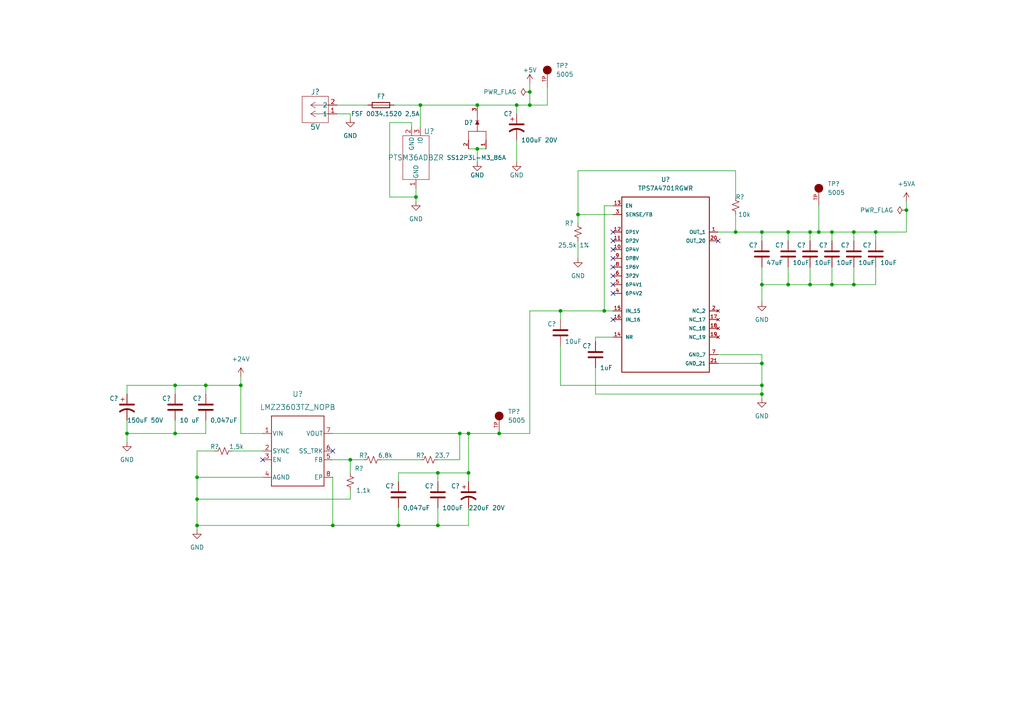
<source format=kicad_sch>
(kicad_sch (version 20211123) (generator eeschema)
  (paper "A4")
  (lib_symbols
    (symbol "Device:C" (pin_numbers hide) (pin_names (offset 0.254))
      (property "Reference" "C" (at 0.635 2.54 0))
      (property "Value" "C" (at 0.635 -2.54 0))
      (symbol "C_0_1"
        (polyline (pts (xy -2.032 -0.762) (xy 2.032 -0.762)) (stroke (width 0.508)))
        (polyline (pts (xy -2.032 0.762) (xy 2.032 0.762)) (stroke (width 0.508)))
      )
      (symbol "C_1_1"
        (pin passive line (at 0 3.81 270) (length 2.794) (name "~") (number "1"))
        (pin passive line (at 0 -3.81 90) (length 2.794) (name "~") (number "2"))
      )
    )
    (symbol "Device:C_Polarized_US" (pin_numbers hide) (pin_names (offset 0.254) hide)
      (property "Reference" "C" (at 0.635 2.54 0))
      (property "Value" "C_Polarized_US" (at 0.635 -2.54 0))
      (symbol "C_Polarized_US_0_1"
        (polyline (pts (xy -2.032 0.762) (xy 2.032 0.762)) (stroke (width 0.508)))
        (polyline (pts (xy -1.778 2.286) (xy -0.762 2.286)))
        (polyline (pts (xy -1.27 1.778) (xy -1.27 2.794)))
        (arc (start 2.032 -1.27) (mid 0 -0.5572) (end -2.032 -1.27) (stroke (width 0.508)))
      )
      (symbol "C_Polarized_US_1_1"
        (pin passive line (at 0 3.81 270) (length 2.794) (name "~") (number "1"))
        (pin passive line (at 0 -3.81 90) (length 3.302) (name "~") (number "2"))
      )
    )
    (symbol "Device:Fuse" (pin_numbers hide) (pin_names (offset 0))
      (property "Reference" "F" (at 2.032 0 90))
      (property "Value" "Fuse" (at -1.905 0 90))
      (symbol "Fuse_0_1"
        (rectangle (start -0.762 -2.54) (end 0.762 2.54) (stroke (width 0.254)))
        (polyline (pts (xy 0 2.54) (xy 0 -2.54)))
      )
      (symbol "Fuse_1_1"
        (pin passive line (at 0 3.81 270) (length 1.27) (name "~") (number "1"))
        (pin passive line (at 0 -3.81 90) (length 1.27) (name "~") (number "2"))
      )
    )
    (symbol "Device:R_Small_US" (pin_numbers hide) (pin_names (offset 0.254) hide)
      (property "Reference" "R" (at 0.762 0.508 0))
      (property "Value" "R_Small_US" (at 0.762 -1.016 0))
      (symbol "R_Small_US_1_1"
        (polyline (pts (xy 0 0) (xy 1.016 -0.381) (xy 0 -0.762) (xy -1.016 -1.143) (xy 0 -1.524)))
        (polyline (pts (xy 0 1.524) (xy 1.016 1.143) (xy 0 0.762) (xy -1.016 0.381) (xy 0 0)))
        (pin passive line (at 0 2.54 270) (length 1.016) (name "~") (number "1"))
        (pin passive line (at 0 -2.54 90) (length 1.016) (name "~") (number "2"))
      )
    )
    (symbol "PTSM36ADBZR_1" (pin_names (offset 0.254))
      (property "Reference" "U" (at -5.08 5.08 0))
      (property "Value" "PTSM36ADBZR_1" (at 0 -5.08 0))
      (symbol "PTSM36ADBZR_1_0_1"
        (polyline (pts (xy -6.35 -3.81) (xy 6.35 -3.81)) (stroke (width 0.127)))
        (polyline (pts (xy -6.35 3.81) (xy -6.35 -3.81)) (stroke (width 0.127)))
        (polyline (pts (xy 6.35 -3.81) (xy 6.35 3.81)) (stroke (width 0.127)))
        (polyline (pts (xy 6.35 3.81) (xy -6.35 3.81)) (stroke (width 0.127)))
        (pin bidirectional line (at 8.89 0 180) (length 2.54) (name "GND") (number "1"))
        (pin bidirectional line (at -8.89 -1.27 0) (length 2.54) (name "GND") (number "2"))
        (pin bidirectional line (at -8.89 1.27 0) (length 2.54) (name "IO") (number "3"))
      )
    )
    (symbol "SS12P2L-M3_86A_2" (pin_names (offset 1.016))
      (property "Reference" "D" (at -10.16 5.08 0))
      (property "Value" "SS12P2L-M3_86A_2" (at -10.16 -7.62 0))
      (symbol "SS12P2L-M3_86A_2_0_0"
        (polyline (pts (xy -2.54 -2.54) (xy -5.08 -2.54)) (stroke (width 0.1524)))
        (polyline (pts (xy -2.54 0) (xy -2.54 -2.54)) (stroke (width 0.1524)))
        (polyline (pts (xy -2.54 0) (xy -2.54 2.54)) (stroke (width 0.1524)))
        (polyline (pts (xy -2.54 0) (xy -0.508 0)) (stroke (width 0.1524)))
        (polyline (pts (xy -2.54 2.54) (xy -5.08 2.54)) (stroke (width 0.1524)))
        (polyline (pts (xy 0.508 -0.508) (xy 0.508 0.508)) (stroke (width 0.1524)))
        (polyline (pts (xy 0.508 0) (xy 2.54 0)) (stroke (width 0.1524)))
        (polyline (pts (xy -0.508 -0.508) (xy -0.508 0.508) (xy 0.508 0) (xy -0.508 -0.508)) (stroke (width 0.1524)) (fill (type outline)))
        (pin bidirectional line (at -7.62 -2.54 0) (length 2.54) (name "~") (number "1"))
        (pin bidirectional line (at -7.62 2.54 0) (length 2.54) (name "~") (number "2"))
        (pin bidirectional line (at 5.08 0 180) (length 2.54) (name "~") (number "3"))
      )
    )
    (symbol "SymLib:1729128" (pin_names (offset 0.254))
      (property "Reference" "J" (at 6.35 3.81 0))
      (property "Value" "1729128" (at 8.89 -6.35 0))
      (symbol "1729128_1_1"
        (polyline (pts (xy 5.08 -5.08) (xy 12.7 -5.08)) (stroke (width 0.127)))
        (polyline (pts (xy 5.08 2.54) (xy 5.08 -5.08)) (stroke (width 0.127)))
        (polyline (pts (xy 10.16 -2.54) (xy 5.08 -2.54)) (stroke (width 0.127)))
        (polyline (pts (xy 10.16 -2.54) (xy 8.89 -3.3867)) (stroke (width 0.127)))
        (polyline (pts (xy 10.16 -2.54) (xy 8.89 -1.6933)) (stroke (width 0.127)))
        (polyline (pts (xy 10.16 0) (xy 5.08 0)) (stroke (width 0.127)))
        (polyline (pts (xy 10.16 0) (xy 8.89 -0.8467)) (stroke (width 0.127)))
        (polyline (pts (xy 10.16 0) (xy 8.89 0.8467)) (stroke (width 0.127)))
        (polyline (pts (xy 12.7 -5.08) (xy 12.7 2.54)) (stroke (width 0.127)))
        (polyline (pts (xy 12.7 2.54) (xy 5.08 2.54)) (stroke (width 0.127)))
        (pin unspecified line (at 2.54 0 0) (length 2.54) (name "1") (number "1"))
        (pin unspecified line (at 2.54 -2.54 0) (length 2.54) (name "2") (number "2"))
      )
      (symbol "1729128_1_2"
        (polyline (pts (xy 5.08 -5.08) (xy 12.7 -5.08)) (stroke (width 0.127)))
        (polyline (pts (xy 5.08 2.54) (xy 5.08 -5.08)) (stroke (width 0.127)))
        (polyline (pts (xy 7.62 -2.54) (xy 5.08 -2.54)) (stroke (width 0.127)))
        (polyline (pts (xy 7.62 -2.54) (xy 8.89 -3.3867)) (stroke (width 0.127)))
        (polyline (pts (xy 7.62 -2.54) (xy 8.89 -1.6933)) (stroke (width 0.127)))
        (polyline (pts (xy 7.62 0) (xy 5.08 0)) (stroke (width 0.127)))
        (polyline (pts (xy 7.62 0) (xy 8.89 -0.8467)) (stroke (width 0.127)))
        (polyline (pts (xy 7.62 0) (xy 8.89 0.8467)) (stroke (width 0.127)))
        (polyline (pts (xy 12.7 -5.08) (xy 12.7 2.54)) (stroke (width 0.127)))
        (polyline (pts (xy 12.7 2.54) (xy 5.08 2.54)) (stroke (width 0.127)))
        (pin unspecified line (at 0 0 0) (length 5.08) (name "1") (number "1"))
        (pin unspecified line (at 0 -2.54 0) (length 5.08) (name "2") (number "2"))
      )
    )
    (symbol "SymLib:5005" (pin_names (offset 1.016))
      (property "Reference" "TP" (at -2.54 2.54 0))
      (property "Value" "5005" (at -2.54 -3.81 0))
      (symbol "5005_0_0"
        (circle (center 0 0) (radius 0.635) (stroke (width 1.27)))
        (pin passive line (at -5.08 0 0) (length 5.08) (name "~") (number "TP"))
      )
    )
    (symbol "SymLib:LMZ23603TZ_NOPB" (pin_names (offset 0.254))
      (property "Reference" "U" (at -13.97 11.43 0))
      (property "Value" "LMZ23603TZ_NOPB" (at -7.62 -11.43 0))
      (symbol "LMZ23603TZ_NOPB_0_1"
        (polyline (pts (xy -15.24 -10.16) (xy 0 -10.16)) (stroke (width 0.2032)))
        (polyline (pts (xy -15.24 10.16) (xy -15.24 -10.16)) (stroke (width 0.2032)))
        (polyline (pts (xy 0 -10.16) (xy 0 10.16)) (stroke (width 0.2032)))
        (polyline (pts (xy 0 10.16) (xy -15.24 10.16)) (stroke (width 0.2032)))
        (pin bidirectional line (at -17.78 5.08 0) (length 2.54) (name "VIN") (number "1"))
        (pin bidirectional line (at -17.78 0 0) (length 2.54) (name "SYNC") (number "2"))
        (pin input line (at -17.78 -2.54 0) (length 2.54) (name "EN") (number "3"))
        (pin bidirectional line (at -17.78 -7.62 0) (length 2.54) (name "AGND") (number "4"))
        (pin bidirectional line (at 2.54 -2.54 180) (length 2.54) (name "FB") (number "5"))
        (pin input line (at 2.54 0 180) (length 2.54) (name "SS_TRK") (number "6"))
        (pin bidirectional line (at 2.54 5.08 180) (length 2.54) (name "VOUT") (number "7"))
        (pin bidirectional line (at 2.54 -7.62 180) (length 2.54) (name "EP") (number "8"))
      )
    )
    (symbol "SymLib:TPS7A4701RGWR" (pin_names (offset 1.016))
      (property "Reference" "U" (at -12.7 26.67 0))
      (property "Value" "TPS7A4701RGWR" (at -12.7 -26.67 0))
      (symbol "TPS7A4701RGWR_0_0"
        (rectangle (start -12.7 -25.4) (end 12.7 25.4) (stroke (width 0.254)))
        (pin bidirectional line (at 15.24 15.24 180) (length 2.54) (name "OUT_1") (number "1"))
        (pin input line (at -15.24 10.16 0) (length 2.54) (name "0P4V") (number "10"))
        (pin input line (at -15.24 12.7 0) (length 2.54) (name "0P2V") (number "11"))
        (pin input line (at -15.24 15.24 0) (length 2.54) (name "0P1V") (number "12"))
        (pin input line (at -15.24 22.86 0) (length 2.54) (name "EN") (number "13"))
        (pin passive line (at -15.24 -15.24 0) (length 2.54) (name "NR") (number "14"))
        (pin input line (at -15.24 -7.62 0) (length 2.54) (name "IN_15") (number "15"))
        (pin input line (at -15.24 -10.16 0) (length 2.54) (name "IN_16") (number "16"))
        (pin no_connect line (at 15.24 -10.16 180) (length 2.54) (name "NC_17") (number "17"))
        (pin no_connect line (at 15.24 -12.7 180) (length 2.54) (name "NC_18") (number "18"))
        (pin no_connect line (at 15.24 -15.24 180) (length 2.54) (name "NC_19") (number "19"))
        (pin no_connect line (at 15.24 -7.62 180) (length 2.54) (name "NC_2") (number "2"))
        (pin output line (at 15.24 12.7 180) (length 2.54) (name "OUT_20") (number "20"))
        (pin bidirectional line (at 15.24 -22.86 180) (length 2.54) (name "GND_21") (number "21"))
        (pin bidirectional line (at -15.24 20.32 0) (length 2.54) (name "SENSE/FB") (number "3"))
        (pin input line (at -15.24 -2.54 0) (length 2.54) (name "6P4V2") (number "4"))
        (pin input line (at -15.24 0 0) (length 2.54) (name "6P4V1") (number "5"))
        (pin input line (at -15.24 2.54 0) (length 2.54) (name "3P2V") (number "6"))
        (pin bidirectional line (at 15.24 -20.32 180) (length 2.54) (name "GND_7") (number "7"))
        (pin input line (at -15.24 5.08 0) (length 2.54) (name "1P6V") (number "8"))
        (pin input line (at -15.24 7.62 0) (length 2.54) (name "0P8V") (number "9"))
      )
    )
    (symbol "power:+24V" (power) (pin_names (offset 0))
      (property "Value" "+24V" (at 0 3.556 0))
      (symbol "+24V_0_1"
        (polyline (pts (xy -0.762 1.27) (xy 0 2.54)))
        (polyline (pts (xy 0 0) (xy 0 2.54)))
        (polyline (pts (xy 0 2.54) (xy 0.762 1.27)))
      )
      (symbol "+24V_1_1"
        (pin power_in line (at 0 0 90) (length 0) hide (name "+24V") (number "1"))
      )
    )
    (symbol "power:+5V" (power) (pin_names (offset 0))
      (property "Value" "+5V" (at 0 3.556 0))
      (symbol "+5V_0_1"
        (polyline (pts (xy -0.762 1.27) (xy 0 2.54)))
        (polyline (pts (xy 0 0) (xy 0 2.54)))
        (polyline (pts (xy 0 2.54) (xy 0.762 1.27)))
      )
      (symbol "+5V_1_1"
        (pin power_in line (at 0 0 90) (length 0) hide (name "+5V") (number "1"))
      )
    )
    (symbol "power:+5VA" (power) (pin_names (offset 0))
      (property "Value" "+5VA" (at 0 3.556 0))
      (symbol "+5VA_0_1"
        (polyline (pts (xy -0.762 1.27) (xy 0 2.54)))
        (polyline (pts (xy 0 0) (xy 0 2.54)))
        (polyline (pts (xy 0 2.54) (xy 0.762 1.27)))
      )
      (symbol "+5VA_1_1"
        (pin power_in line (at 0 0 90) (length 0) hide (name "+5VA") (number "1"))
      )
    )
    (symbol "power:GND" (power) (pin_names (offset 0))
      (property "Value" "GND" (at 0 -3.81 0))
      (symbol "GND_0_1"
        (polyline (pts (xy 0 0) (xy 0 -1.27) (xy 1.27 -1.27) (xy 0 -2.54) (xy -1.27 -1.27) (xy 0 -1.27)))
      )
      (symbol "GND_1_1"
        (pin power_in line (at 0 0 270) (length 0) hide (name "GND") (number "1"))
      )
    )
    (symbol "power:PWR_FLAG" (power) (pin_numbers hide) (pin_names (offset 0) hide)
      (property "Value" "PWR_FLAG" (at 0 3.81 0))
      (symbol "PWR_FLAG_0_0"
        (pin power_out line (at 0 0 90) (length 0) (name "pwr") (number "1"))
      )
      (symbol "PWR_FLAG_0_1"
        (polyline (pts (xy 0 0) (xy 0 1.27) (xy -1.016 1.905) (xy 0 2.54) (xy 1.016 1.905) (xy 0 1.27)))
      )
    )
  )
  (junction (at 247.65 67.31))
  (junction (at 50.8 111.76))
  (junction (at 241.3 82.55))
  (junction (at 138.43 30.48))
  (junction (at 127 137.16))
  (junction (at 115.57 152.4))
  (junction (at 153.67 26.67))
  (junction (at 144.78 125.73))
  (junction (at 241.3 67.31))
  (junction (at 135.89 137.16))
  (junction (at 175.26 90.17))
  (junction (at 138.43 43.18))
  (junction (at 228.6 67.31))
  (junction (at 149.86 30.48))
  (junction (at 135.89 125.73))
  (junction (at 228.6 82.55))
  (junction (at 162.56 90.17))
  (junction (at 59.69 111.76))
  (junction (at 153.67 30.48))
  (junction (at 57.15 144.78))
  (junction (at 220.98 111.76))
  (junction (at 220.98 105.41))
  (junction (at 237.49 67.31))
  (junction (at 69.85 111.76))
  (junction (at 247.65 82.55))
  (junction (at 262.89 60.96))
  (junction (at 127 152.4))
  (junction (at 220.98 114.3))
  (junction (at 254 67.31))
  (junction (at 120.65 57.15))
  (junction (at 50.8 125.73))
  (junction (at 213.36 67.31))
  (junction (at 121.92 30.48))
  (junction (at 220.98 67.31))
  (junction (at 96.52 152.4))
  (junction (at 220.98 82.55))
  (junction (at 234.95 82.55))
  (junction (at 101.6 133.35))
  (junction (at 234.95 67.31))
  (junction (at 167.64 62.23))
  (junction (at 133.35 125.73))
  (junction (at 57.15 152.4))
  (junction (at 57.15 138.43))
  (junction (at 36.83 125.73))
  (no_connect (at 177.8 92.71))
  (no_connect (at 177.8 72.39))
  (no_connect (at 177.8 67.31))
  (no_connect (at 177.8 85.09))
  (no_connect (at 76.2 133.35))
  (no_connect (at 177.8 69.85))
  (no_connect (at 177.8 77.47))
  (no_connect (at 96.52 130.81))
  (no_connect (at 177.8 74.93))
  (no_connect (at 208.28 69.85))
  (no_connect (at 177.8 82.55))
  (no_connect (at 177.8 80.01))
  (wire (pts (xy 172.72 114.3) (xy 220.98 114.3)))
  (wire (pts (xy 57.15 152.4) (xy 96.52 152.4)))
  (wire (pts (xy 254 67.31) (xy 254 69.85)))
  (wire (pts (xy 113.03 57.15) (xy 120.65 57.15)))
  (wire (pts (xy 241.3 82.55) (xy 247.65 82.55)))
  (wire (pts (xy 228.6 77.47) (xy 228.6 82.55)))
  (wire (pts (xy 153.67 90.17) (xy 162.56 90.17)))
  (wire (pts (xy 121.92 30.48) (xy 138.43 30.48)))
  (wire (pts (xy 220.98 67.31) (xy 228.6 67.31)))
  (wire (pts (xy 115.57 147.32) (xy 115.57 152.4)))
  (wire (pts (xy 175.26 59.69) (xy 177.8 59.69)))
  (wire (pts (xy 220.98 82.55) (xy 220.98 87.63)))
  (wire (pts (xy 127 147.32) (xy 127 152.4)))
  (wire (pts (xy 138.43 30.48) (xy 149.86 30.48)))
  (wire (pts (xy 167.64 64.77) (xy 167.64 62.23)))
  (wire (pts (xy 149.86 40.64) (xy 149.86 46.99)))
  (wire (pts (xy 220.98 77.47) (xy 220.98 82.55)))
  (wire (pts (xy 96.52 138.43) (xy 96.52 152.4)))
  (wire (pts (xy 208.28 102.87) (xy 220.98 102.87)))
  (wire (pts (xy 135.89 125.73) (xy 144.78 125.73)))
  (wire (pts (xy 59.69 114.3) (xy 59.69 111.76)))
  (wire (pts (xy 220.98 67.31) (xy 220.98 69.85)))
  (wire (pts (xy 208.28 105.41) (xy 220.98 105.41)))
  (wire (pts (xy 36.83 114.3) (xy 36.83 111.76)))
  (wire (pts (xy 50.8 111.76) (xy 59.69 111.76)))
  (wire (pts (xy 247.65 67.31) (xy 254 67.31)))
  (wire (pts (xy 135.89 125.73) (xy 135.89 137.16)))
  (wire (pts (xy 234.95 67.31) (xy 234.95 69.85)))
  (wire (pts (xy 149.86 33.02) (xy 149.86 30.48)))
  (wire (pts (xy 162.56 90.17) (xy 175.26 90.17)))
  (wire (pts (xy 133.35 125.73) (xy 135.89 125.73)))
  (wire (pts (xy 133.35 133.35) (xy 133.35 125.73)))
  (wire (pts (xy 153.67 30.48) (xy 158.75 30.48)))
  (wire (pts (xy 50.8 111.76) (xy 36.83 111.76)))
  (wire (pts (xy 121.92 30.48) (xy 114.3 30.48)))
  (wire (pts (xy 101.6 34.29) (xy 101.6 33.02)))
  (wire (pts (xy 140.97 43.18) (xy 138.43 43.18)))
  (wire (pts (xy 158.75 25.4) (xy 158.75 30.48)))
  (wire (pts (xy 135.89 43.18) (xy 138.43 43.18)))
  (wire (pts (xy 144.78 125.73) (xy 153.67 125.73)))
  (wire (pts (xy 241.3 67.31) (xy 241.3 69.85)))
  (wire (pts (xy 135.89 137.16) (xy 127 137.16)))
  (wire (pts (xy 213.36 49.53) (xy 167.64 49.53)))
  (wire (pts (xy 115.57 137.16) (xy 115.57 139.7)))
  (wire (pts (xy 59.69 111.76) (xy 69.85 111.76)))
  (wire (pts (xy 138.43 43.18) (xy 138.43 46.99)))
  (wire (pts (xy 177.8 97.79) (xy 172.72 97.79)))
  (wire (pts (xy 127 152.4) (xy 135.89 152.4)))
  (wire (pts (xy 121.92 36.83) (xy 121.92 30.48)))
  (wire (pts (xy 247.65 67.31) (xy 247.65 69.85)))
  (wire (pts (xy 69.85 125.73) (xy 76.2 125.73)))
  (wire (pts (xy 162.56 100.33) (xy 162.56 111.76)))
  (wire (pts (xy 228.6 67.31) (xy 228.6 69.85)))
  (wire (pts (xy 127 137.16) (xy 127 139.7)))
  (wire (pts (xy 110.49 133.35) (xy 121.92 133.35)))
  (wire (pts (xy 119.38 35.56) (xy 113.03 35.56)))
  (wire (pts (xy 234.95 77.47) (xy 234.95 82.55)))
  (wire (pts (xy 96.52 133.35) (xy 101.6 133.35)))
  (wire (pts (xy 69.85 109.22) (xy 69.85 111.76)))
  (wire (pts (xy 97.79 30.48) (xy 106.68 30.48)))
  (wire (pts (xy 162.56 90.17) (xy 162.56 92.71)))
  (wire (pts (xy 69.85 111.76) (xy 69.85 125.73)))
  (wire (pts (xy 213.36 67.31) (xy 220.98 67.31)))
  (wire (pts (xy 59.69 121.92) (xy 59.69 125.73)))
  (wire (pts (xy 172.72 97.79) (xy 172.72 99.06)))
  (wire (pts (xy 220.98 114.3) (xy 220.98 115.57)))
  (wire (pts (xy 213.36 57.15) (xy 213.36 49.53)))
  (wire (pts (xy 228.6 82.55) (xy 234.95 82.55)))
  (wire (pts (xy 167.64 62.23) (xy 177.8 62.23)))
  (wire (pts (xy 36.83 128.27) (xy 36.83 125.73)))
  (wire (pts (xy 127 133.35) (xy 133.35 133.35)))
  (wire (pts (xy 175.26 90.17) (xy 175.26 59.69)))
  (wire (pts (xy 57.15 144.78) (xy 57.15 152.4)))
  (wire (pts (xy 57.15 152.4) (xy 57.15 153.67)))
  (wire (pts (xy 172.72 106.68) (xy 172.72 114.3)))
  (wire (pts (xy 228.6 67.31) (xy 234.95 67.31)))
  (wire (pts (xy 115.57 152.4) (xy 127 152.4)))
  (wire (pts (xy 167.64 49.53) (xy 167.64 62.23)))
  (wire (pts (xy 254 77.47) (xy 254 82.55)))
  (wire (pts (xy 101.6 133.35) (xy 105.41 133.35)))
  (wire (pts (xy 96.52 152.4) (xy 115.57 152.4)))
  (wire (pts (xy 213.36 62.23) (xy 213.36 67.31)))
  (wire (pts (xy 234.95 67.31) (xy 237.49 67.31)))
  (wire (pts (xy 220.98 82.55) (xy 228.6 82.55)))
  (wire (pts (xy 50.8 125.73) (xy 59.69 125.73)))
  (wire (pts (xy 120.65 57.15) (xy 120.65 58.42)))
  (wire (pts (xy 208.28 67.31) (xy 213.36 67.31)))
  (wire (pts (xy 113.03 35.56) (xy 113.03 57.15)))
  (wire (pts (xy 135.89 147.32) (xy 135.89 152.4)))
  (wire (pts (xy 220.98 111.76) (xy 220.98 114.3)))
  (wire (pts (xy 220.98 102.87) (xy 220.98 105.41)))
  (wire (pts (xy 153.67 26.67) (xy 153.67 30.48)))
  (wire (pts (xy 120.65 54.61) (xy 120.65 57.15)))
  (wire (pts (xy 175.26 90.17) (xy 177.8 90.17)))
  (wire (pts (xy 119.38 36.83) (xy 119.38 35.56)))
  (wire (pts (xy 247.65 82.55) (xy 254 82.55)))
  (wire (pts (xy 76.2 138.43) (xy 57.15 138.43)))
  (wire (pts (xy 254 67.31) (xy 262.89 67.31)))
  (wire (pts (xy 96.52 125.73) (xy 133.35 125.73)))
  (wire (pts (xy 162.56 111.76) (xy 220.98 111.76)))
  (wire (pts (xy 153.67 90.17) (xy 153.67 125.73)))
  (wire (pts (xy 237.49 59.69) (xy 237.49 67.31)))
  (wire (pts (xy 50.8 121.92) (xy 50.8 125.73)))
  (wire (pts (xy 220.98 105.41) (xy 220.98 111.76)))
  (wire (pts (xy 127 137.16) (xy 115.57 137.16)))
  (wire (pts (xy 36.83 125.73) (xy 50.8 125.73)))
  (wire (pts (xy 135.89 137.16) (xy 135.89 139.7)))
  (wire (pts (xy 101.6 133.35) (xy 101.6 137.16)))
  (wire (pts (xy 101.6 33.02) (xy 97.79 33.02)))
  (wire (pts (xy 237.49 67.31) (xy 241.3 67.31)))
  (wire (pts (xy 153.67 24.13) (xy 153.67 26.67)))
  (wire (pts (xy 57.15 144.78) (xy 101.6 144.78)))
  (wire (pts (xy 241.3 77.47) (xy 241.3 82.55)))
  (wire (pts (xy 149.86 30.48) (xy 153.67 30.48)))
  (wire (pts (xy 57.15 138.43) (xy 57.15 144.78)))
  (wire (pts (xy 262.89 58.42) (xy 262.89 60.96)))
  (wire (pts (xy 36.83 125.73) (xy 36.83 121.92)))
  (wire (pts (xy 57.15 130.81) (xy 57.15 138.43)))
  (wire (pts (xy 62.23 130.81) (xy 57.15 130.81)))
  (wire (pts (xy 234.95 82.55) (xy 241.3 82.55)))
  (wire (pts (xy 247.65 77.47) (xy 247.65 82.55)))
  (wire (pts (xy 262.89 60.96) (xy 262.89 67.31)))
  (wire (pts (xy 101.6 144.78) (xy 101.6 142.24)))
  (wire (pts (xy 241.3 67.31) (xy 247.65 67.31)))
  (wire (pts (xy 167.64 69.85) (xy 167.64 74.93)))
  (wire (pts (xy 67.31 130.81) (xy 76.2 130.81)))
  (wire (pts (xy 50.8 114.3) (xy 50.8 111.76)))
  (symbol (lib_id "power:GND") (at 167.64 74.93 0) (unit 1)
    (property "Reference" "#PWR?" (effects hide))
    (property "Value" "GND" (at 167.64 80.01 0))
  )
  (symbol (lib_id "power:+24V") (at 69.85 109.22 0) (unit 1)
    (property "Reference" "#PWR?" (effects hide))
    (property "Value" "+24V" (at 69.85 104.14 0))
  )
  (symbol (lib_id "SymLib:1729128") (at 100.33 33.02 180) (unit 1)
    (property "Reference" "J?" (at 91.44 26.67 0) (effects (font (size 1.524 1.524))))
    (property "Value" "5V" (at 91.44 36.83 0) (effects (font (size 1.524 1.524))))
    (property "Footprint" "FootPrint:TerminalBlock14AWG" (effects hide))
    (property "Datasheet" "1729128" (effects hide))
  )
  (symbol (lib_id "power:GND") (at 220.98 87.63 0) (unit 1)
    (property "Reference" "#PWR?" (effects hide))
    (property "Value" "GND" (at 220.98 92.71 0))
  )
  (symbol (lib_id "Device:C") (at 172.72 102.87 0) (unit 1)
    (property "Reference" "C?" (at 168.91 100.33 0) (effects (justify left)))
    (property "Value" "1uF" (at 173.99 106.68 0) (effects (justify left)))
    (property "Footprint" "Capacitor_SMD:C_0603_1608Metric" (effects hide))
  )
  (symbol (lib_id "Device:C") (at 247.65 73.66 0) (unit 1)
    (property "Reference" "C?" (at 243.84 71.12 0) (effects (justify left)))
    (property "Value" "10uF" (at 248.92 76.2 0) (effects (justify left)))
    (property "Footprint" "Capacitor_SMD:C_0603_1608Metric" (effects hide))
  )
  (symbol (lib_id "power:GND") (at 57.15 153.67 0) (unit 1)
    (property "Reference" "#PWR?" (effects hide))
    (property "Value" "GND" (at 57.15 158.75 0))
  )
  (symbol (lib_id "Device:C") (at 59.69 118.11 0) (unit 1)
    (property "Reference" "C?" (at 55.88 115.57 0) (effects (justify left)))
    (property "Value" "0,047uF" (at 60.96 121.92 0) (effects (justify left)))
    (property "Footprint" "Capacitor_SMD:C_0603_1608Metric" (effects hide))
  )
  (symbol (lib_name "SS12P2L-M3_86A_2") (lib_id "SymLib:SS12P2L-M3_86A") (at 138.43 35.56 90) (unit 1)
    (property "Reference" "D?" (at 134.62 35.56 90) (effects (justify right)))
    (property "Value" "SS12P3L-M3_86A" (at 129.54 45.72 90) (effects (justify right)))
    (property "Footprint" "FootPrint:DIO_SS12P2L-M3_86A" (effects hide))
    (property "STANDARD" "Manufacturer Recommendations" (effects hide))
    (property "MANUFACTURER" "VISHAY" (effects hide))
  )
  (symbol (lib_id "Device:C") (at 162.56 96.52 0) (unit 1)
    (property "Reference" "C?" (at 158.75 93.98 0) (effects (justify left)))
    (property "Value" "10uF" (at 163.83 99.06 0) (effects (justify left)))
    (property "Footprint" "Capacitor_SMD:C_0603_1608Metric" (effects hide))
  )
  (symbol (lib_id "Device:R_Small_US") (at 64.77 130.81 90) (unit 1)
    (property "Reference" "R?" (at 62.23 129.54 90))
    (property "Value" "1,5k" (at 68.58 129.54 90))
    (property "Footprint" "Resistor_SMD:R_0603_1608Metric" (effects hide))
  )
  (symbol (lib_id "power:+5VA") (at 262.89 58.42 0) (unit 1)
    (property "Reference" "#PWR?" (effects hide))
    (property "Value" "+5VA" (at 262.89 53.34 0))
  )
  (symbol (lib_id "power:GND") (at 101.6 34.29 0) (unit 1)
    (property "Reference" "#PWR?" (effects hide))
    (property "Value" "GND" (at 101.6 39.37 0))
  )
  (symbol (lib_id "SymLib:LMZ23603TZ_NOPB") (at 93.98 130.81 0) (unit 1)
    (property "Reference" "U?" (at 86.36 114.3 0) (effects (font (size 1.524 1.524))))
    (property "Value" "LMZ23603TZ_NOPB" (at 86.36 118.11 0) (effects (font (size 1.524 1.524))))
    (property "Footprint" "FootPrint:LMZ23603" (effects hide))
    (property "Datasheet" "LMZ23603TZ/NOPB" (effects hide))
  )
  (symbol (lib_id "Device:R_Small_US") (at 167.64 67.31 180) (unit 1)
    (property "Reference" "R?" (at 165.1 64.77 0))
    (property "Value" "25,5k 1%" (at 166.37 71.12 0))
    (property "Footprint" "Resistor_SMD:R_0603_1608Metric" (effects hide))
  )
  (symbol (lib_id "Device:C") (at 234.95 73.66 0) (unit 1)
    (property "Reference" "C?" (at 231.14 71.12 0) (effects (justify left)))
    (property "Value" "10uF" (at 236.22 76.2 0) (effects (justify left)))
    (property "Footprint" "Capacitor_SMD:C_0603_1608Metric" (effects hide))
  )
  (symbol (lib_id "power:GND") (at 220.98 115.57 0) (unit 1)
    (property "Reference" "#PWR?" (effects hide))
    (property "Value" "GND" (at 220.98 120.65 0))
  )
  (symbol (lib_id "power:GND") (at 36.83 128.27 0) (unit 1)
    (property "Reference" "#PWR?" (effects hide))
    (property "Value" "GND" (at 36.83 133.35 0))
  )
  (symbol (lib_id "power:+5V") (at 153.67 24.13 0) (unit 1)
    (property "Reference" "#PWR?" (effects hide))
    (property "Value" "+5V" (at 153.67 20.32 0))
  )
  (symbol (lib_id "SymLib:5005") (at 158.75 20.32 90) (unit 1)
    (property "Reference" "TP?" (at 161.29 19.0499 90) (effects (justify right)))
    (property "Value" "5005" (at 161.29 21.5899 90) (effects (justify right)))
    (property "Footprint" "FootPrint:KEYSTONE_5005" (effects hide))
    (property "MF" "Keystone Electronics" (effects hide))
    (property "DESCRIPTION" "Compact THM Test Point -Red" (effects hide))
    (property "PACKAGE" "NON STANDARD-1 Keystone" (effects hide))
    (property "PRICE" "None" (effects hide))
    (property "MP" "5005" (effects hide))
    (property "AVAILABILITY" "In Stock" (effects hide))
    (property "PURCHASE-URL" "https://pricing.snapeda.com/search/part/5005/?ref=eda" (effects hide))
  )
  (symbol (lib_id "Device:C") (at 241.3 73.66 0) (unit 1)
    (property "Reference" "C?" (at 237.49 71.12 0) (effects (justify left)))
    (property "Value" "10uF" (at 242.57 76.2 0) (effects (justify left)))
    (property "Footprint" "Capacitor_SMD:C_0603_1608Metric" (effects hide))
  )
  (symbol (lib_id "Device:C") (at 220.98 73.66 0) (unit 1)
    (property "Reference" "C?" (at 217.17 71.12 0) (effects (justify left)))
    (property "Value" "47uF" (at 222.25 76.2 0) (effects (justify left)))
    (property "Footprint" "Capacitor_SMD:C_1206_3216Metric" (effects hide))
  )
  (symbol (lib_id "Device:C_Polarized_US") (at 135.89 143.51 0) (unit 1)
    (property "Reference" "C?" (at 130.81 140.97 0) (effects (justify left)))
    (property "Value" "220uF 20V" (at 135.89 147.32 0) (effects (justify left)))
    (property "Footprint" "FootPrint:CAP_20SVPK220M" (effects hide))
  )
  (symbol (lib_id "power:GND") (at 120.65 58.42 0) (unit 1)
    (property "Reference" "#PWR?" (effects hide))
    (property "Value" "GND" (at 120.65 63.5 0))
  )
  (symbol (lib_id "power:GND") (at 138.43 46.99 0) (unit 1)
    (property "Reference" "#PWR?" (effects hide))
    (property "Value" "GND" (at 138.43 50.8 0))
  )
  (symbol (lib_id "Device:C_Polarized_US") (at 149.86 36.83 0) (unit 1)
    (property "Reference" "C?" (at 146.05 33.02 0) (effects (justify left)))
    (property "Value" "100uF 20V" (at 151.13 40.64 0) (effects (justify left)))
    (property "Footprint" "FootPrint:CAP_PC_8X7_NCH" (effects hide))
  )
  (symbol (lib_name "PTSM36ADBZR_1") (lib_id "SymLib:PTSM36ADBZR") (at 120.65 45.72 270) (unit 1)
    (property "Reference" "U?" (at 124.46 38.1 90) (effects (font (size 1.524 1.524))))
    (property "Value" "PTSM36ADBZR" (at 120.65 45.72 90) (effects (font (size 1.524 1.524))))
    (property "Footprint" "FootPrint:SOT-23-3_DBZ_TEX" (effects hide))
    (property "Datasheet" "PTSM36ADBZR" (effects hide))
  )
  (symbol (lib_id "SymLib:5005") (at 144.78 120.65 90) (unit 1)
    (property "Reference" "TP?" (at 147.32 119.3799 90) (effects (justify right)))
    (property "Value" "5005" (at 147.32 121.9199 90) (effects (justify right)))
    (property "Footprint" "FootPrint:KEYSTONE_5005" (effects hide))
    (property "MF" "Keystone Electronics" (effects hide))
    (property "DESCRIPTION" "Compact THM Test Point -Red" (effects hide))
    (property "PACKAGE" "NON STANDARD-1 Keystone" (effects hide))
    (property "PRICE" "None" (effects hide))
    (property "MP" "5005" (effects hide))
    (property "AVAILABILITY" "In Stock" (effects hide))
    (property "PURCHASE-URL" "https://pricing.snapeda.com/search/part/5005/?ref=eda" (effects hide))
  )
  (symbol (lib_id "Device:R_Small_US") (at 213.36 59.69 180) (unit 1)
    (property "Reference" "R?" (at 214.63 57.15 0))
    (property "Value" "10k" (at 215.9 62.23 0))
    (property "Footprint" "Resistor_SMD:R_0603_1608Metric" (effects hide))
  )
  (symbol (lib_id "SymLib:5005") (at 237.49 54.61 90) (unit 1)
    (property "Reference" "TP?" (at 240.03 53.3399 90) (effects (justify right)))
    (property "Value" "5005" (at 240.03 55.8799 90) (effects (justify right)))
    (property "Footprint" "FootPrint:KEYSTONE_5005" (effects hide))
    (property "MF" "Keystone Electronics" (effects hide))
    (property "DESCRIPTION" "Compact THM Test Point -Red" (effects hide))
    (property "PACKAGE" "NON STANDARD-1 Keystone" (effects hide))
    (property "PRICE" "None" (effects hide))
    (property "MP" "5005" (effects hide))
    (property "AVAILABILITY" "In Stock" (effects hide))
    (property "PURCHASE-URL" "https://pricing.snapeda.com/search/part/5005/?ref=eda" (effects hide))
  )
  (symbol (lib_id "Device:R_Small_US") (at 124.46 133.35 90) (unit 1)
    (property "Reference" "R?" (at 121.92 132.08 90))
    (property "Value" "23,7" (at 128.27 132.08 90))
    (property "Footprint" "Resistor_SMD:R_0603_1608Metric" (effects hide))
  )
  (symbol (lib_id "Device:Fuse") (at 110.49 30.48 90) (unit 1)
    (property "Reference" "F?" (at 110.49 27.94 90))
    (property "Value" "FSF 0034.1520 2,5A" (at 111.76 33.02 90))
    (property "Footprint" "FootPrint:696108003002" (effects hide))
  )
  (symbol (lib_id "Device:R_Small_US") (at 107.95 133.35 90) (unit 1)
    (property "Reference" "R?" (at 105.41 132.08 90))
    (property "Value" "6,8k" (at 111.76 132.08 90))
    (property "Footprint" "Resistor_SMD:R_0603_1608Metric" (effects hide))
  )
  (symbol (lib_id "Device:C") (at 254 73.66 0) (unit 1)
    (property "Reference" "C?" (at 250.19 71.12 0) (effects (justify left)))
    (property "Value" "10uF" (at 255.27 76.2 0) (effects (justify left)))
    (property "Footprint" "Capacitor_SMD:C_0603_1608Metric" (effects hide))
  )
  (symbol (lib_id "Device:C") (at 228.6 73.66 0) (unit 1)
    (property "Reference" "C?" (at 224.79 71.12 0) (effects (justify left)))
    (property "Value" "10uF" (at 229.87 76.2 0) (effects (justify left)))
    (property "Footprint" "Capacitor_SMD:C_0603_1608Metric" (effects hide))
  )
  (symbol (lib_id "Device:R_Small_US") (at 101.6 139.7 180) (unit 1)
    (property "Reference" "R?" (at 104.14 135.89 0))
    (property "Value" "1,1k" (at 105.41 142.24 0))
    (property "Footprint" "Resistor_SMD:R_0603_1608Metric" (effects hide))
  )
  (symbol (lib_id "power:PWR_FLAG") (at 262.89 60.96 90) (unit 1)
    (property "Reference" "#FLG?" (effects hide))
    (property "Value" "PWR_FLAG" (at 259.08 60.9599 90) (effects (justify left)))
  )
  (symbol (lib_id "SymLib:TPS7A4701RGWR") (at 193.04 82.55 0) (unit 1)
    (property "Reference" "U?" (at 193.04 52.07 0))
    (property "Value" "TPS7A4701RGWR" (at 193.04 54.61 0))
    (property "Footprint" "FootPrint:TPS7A470" (effects hide))
    (property "PARTREV" "4204100/C 07/11" (effects hide))
    (property "STANDARD" "IPC-7351B" (effects hide))
    (property "MAXIMUM_PACKAGE_HEIGHT" "1.00mm" (effects hide))
    (property "MANUFACTURER" "Texas Instruments" (effects hide))
  )
  (symbol (lib_id "Device:C_Polarized_US") (at 36.83 118.11 0) (unit 1)
    (property "Reference" "C?" (at 31.75 115.57 0) (effects (justify left)))
    (property "Value" "150uF 50V" (at 36.83 121.92 0) (effects (justify left)))
    (property "Footprint" "FootPrint:CAP_EEHZS1H151P" (effects hide))
  )
  (symbol (lib_id "Device:C") (at 127 143.51 0) (unit 1)
    (property "Reference" "C?" (at 123.19 140.97 0) (effects (justify left)))
    (property "Value" "100uF" (at 128.27 147.32 0) (effects (justify left)))
    (property "Footprint" "Capacitor_SMD:C_1210_3225Metric" (effects hide))
  )
  (symbol (lib_id "Device:C") (at 50.8 118.11 0) (unit 1)
    (property "Reference" "C?" (at 46.99 115.57 0) (effects (justify left)))
    (property "Value" "10 uF" (at 52.07 121.92 0) (effects (justify left)))
    (property "Footprint" "Capacitor_SMD:C_0805_2012Metric" (effects hide))
  )
  (symbol (lib_id "power:GND") (at 149.86 46.99 0) (unit 1)
    (property "Reference" "#PWR?" (effects hide))
    (property "Value" "GND" (at 149.86 50.8 0))
  )
  (symbol (lib_id "Device:C") (at 115.57 143.51 0) (unit 1)
    (property "Reference" "C?" (at 111.76 140.97 0) (effects (justify left)))
    (property "Value" "0,047uF" (at 116.84 147.32 0) (effects (justify left)))
    (property "Footprint" "Capacitor_SMD:C_0603_1608Metric" (effects hide))
  )
  (symbol (lib_id "power:PWR_FLAG") (at 153.67 26.67 90) (unit 1)
    (property "Reference" "#FLG?" (effects hide))
    (property "Value" "PWR_FLAG" (at 149.86 26.6699 90) (effects (justify left)))
  )
)
</source>
